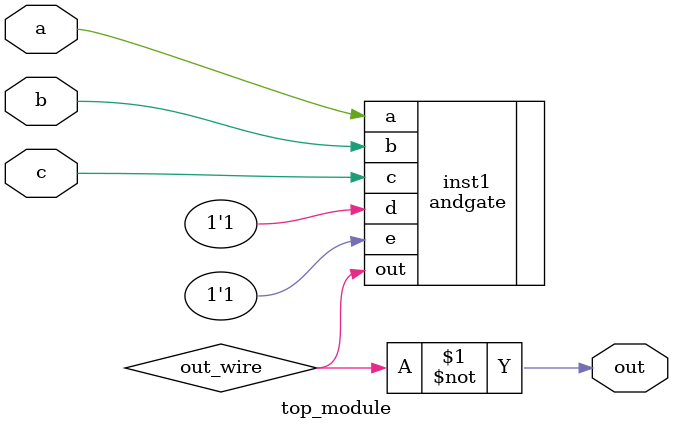
<source format=v>
module top_module (input a, input b, input c, output out);//

    // 用個 wire 先將out hold 住，再來反轉
    // 因為是5輸入的andgate，所以在外加兩個1，不影響結果
    wire out_wire;
    andgate inst1 ( .a(a), .b(b), .c(c), .d(1'b1), .e(1'b1), .out(out_wire) );
    assign out = ~out_wire;

endmodule

</source>
